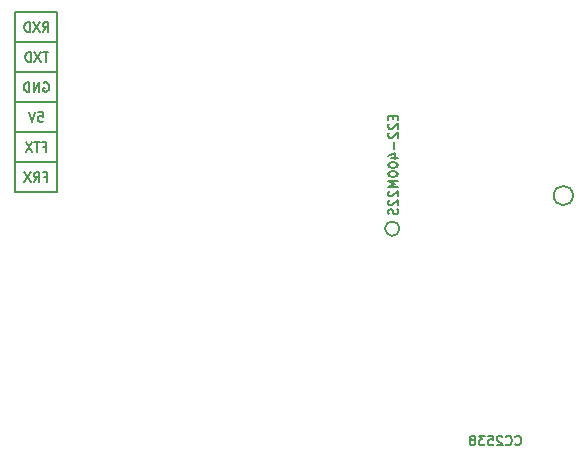
<source format=gbr>
G04 #@! TF.GenerationSoftware,KiCad,Pcbnew,(5.1.6)-1*
G04 #@! TF.CreationDate,2020-07-19T17:34:05+08:00*
G04 #@! TF.ProjectId,ESP32GW,45535033-3247-4572-9e6b-696361645f70,rev?*
G04 #@! TF.SameCoordinates,Original*
G04 #@! TF.FileFunction,Legend,Bot*
G04 #@! TF.FilePolarity,Positive*
%FSLAX46Y46*%
G04 Gerber Fmt 4.6, Leading zero omitted, Abs format (unit mm)*
G04 Created by KiCad (PCBNEW (5.1.6)-1) date 2020-07-19 17:34:05*
%MOMM*%
%LPD*%
G01*
G04 APERTURE LIST*
%ADD10C,0.150000*%
G04 APERTURE END LIST*
D10*
X119583200Y-82915760D02*
X123144280Y-82915760D01*
X119583200Y-85455760D02*
X123144280Y-85455760D01*
X119583200Y-80375760D02*
X123144280Y-80375760D01*
X119583200Y-90535760D02*
X123144280Y-90535760D01*
X119583200Y-87995760D02*
X123144280Y-87995760D01*
X123144280Y-77835760D02*
X123144280Y-93075760D01*
X119583200Y-77835760D02*
X123144280Y-77835760D01*
X122068506Y-91809577D02*
X122335173Y-91809577D01*
X122335173Y-92228624D02*
X122335173Y-91428624D01*
X121954220Y-91428624D01*
X121192316Y-92228624D02*
X121458982Y-91847672D01*
X121649459Y-92228624D02*
X121649459Y-91428624D01*
X121344697Y-91428624D01*
X121268506Y-91466720D01*
X121230411Y-91504815D01*
X121192316Y-91581005D01*
X121192316Y-91695291D01*
X121230411Y-91771481D01*
X121268506Y-91809577D01*
X121344697Y-91847672D01*
X121649459Y-91847672D01*
X120925649Y-91428624D02*
X120392316Y-92228624D01*
X120392316Y-91428624D02*
X120925649Y-92228624D01*
X121973268Y-89269577D02*
X122239935Y-89269577D01*
X122239935Y-89688624D02*
X122239935Y-88888624D01*
X121858982Y-88888624D01*
X121668506Y-88888624D02*
X121211363Y-88888624D01*
X121439935Y-89688624D02*
X121439935Y-88888624D01*
X121020887Y-88888624D02*
X120487554Y-89688624D01*
X120487554Y-88888624D02*
X121020887Y-89688624D01*
X121554220Y-86348624D02*
X121935173Y-86348624D01*
X121973268Y-86729577D01*
X121935173Y-86691481D01*
X121858982Y-86653386D01*
X121668506Y-86653386D01*
X121592316Y-86691481D01*
X121554220Y-86729577D01*
X121516125Y-86805767D01*
X121516125Y-86996243D01*
X121554220Y-87072434D01*
X121592316Y-87110529D01*
X121668506Y-87148624D01*
X121858982Y-87148624D01*
X121935173Y-87110529D01*
X121973268Y-87072434D01*
X121287554Y-86348624D02*
X121020887Y-87148624D01*
X120754220Y-86348624D01*
X122011363Y-83846720D02*
X122087554Y-83808624D01*
X122201840Y-83808624D01*
X122316125Y-83846720D01*
X122392316Y-83922910D01*
X122430411Y-83999100D01*
X122468506Y-84151481D01*
X122468506Y-84265767D01*
X122430411Y-84418148D01*
X122392316Y-84494339D01*
X122316125Y-84570529D01*
X122201840Y-84608624D01*
X122125649Y-84608624D01*
X122011363Y-84570529D01*
X121973268Y-84532434D01*
X121973268Y-84265767D01*
X122125649Y-84265767D01*
X121630411Y-84608624D02*
X121630411Y-83808624D01*
X121173268Y-84608624D01*
X121173268Y-83808624D01*
X120792316Y-84608624D02*
X120792316Y-83808624D01*
X120601840Y-83808624D01*
X120487554Y-83846720D01*
X120411363Y-83922910D01*
X120373268Y-83999100D01*
X120335173Y-84151481D01*
X120335173Y-84265767D01*
X120373268Y-84418148D01*
X120411363Y-84494339D01*
X120487554Y-84570529D01*
X120601840Y-84608624D01*
X120792316Y-84608624D01*
X122411363Y-81268624D02*
X121954220Y-81268624D01*
X122182792Y-82068624D02*
X122182792Y-81268624D01*
X121763744Y-81268624D02*
X121230411Y-82068624D01*
X121230411Y-81268624D02*
X121763744Y-82068624D01*
X120925649Y-82068624D02*
X120925649Y-81268624D01*
X120735173Y-81268624D01*
X120620887Y-81306720D01*
X120544697Y-81382910D01*
X120506601Y-81459100D01*
X120468506Y-81611481D01*
X120468506Y-81725767D01*
X120506601Y-81878148D01*
X120544697Y-81954339D01*
X120620887Y-82030529D01*
X120735173Y-82068624D01*
X120925649Y-82068624D01*
X119583200Y-77835760D02*
X119583200Y-93075760D01*
X119583200Y-93075760D02*
X123144280Y-93075760D01*
X121935173Y-79528624D02*
X122201840Y-79147672D01*
X122392316Y-79528624D02*
X122392316Y-78728624D01*
X122087554Y-78728624D01*
X122011363Y-78766720D01*
X121973268Y-78804815D01*
X121935173Y-78881005D01*
X121935173Y-78995291D01*
X121973268Y-79071481D01*
X122011363Y-79109577D01*
X122087554Y-79147672D01*
X122392316Y-79147672D01*
X121668506Y-78728624D02*
X121135173Y-79528624D01*
X121135173Y-78728624D02*
X121668506Y-79528624D01*
X120830411Y-79528624D02*
X120830411Y-78728624D01*
X120639935Y-78728624D01*
X120525649Y-78766720D01*
X120449459Y-78842910D01*
X120411363Y-78919100D01*
X120373268Y-79071481D01*
X120373268Y-79185767D01*
X120411363Y-79338148D01*
X120449459Y-79414339D01*
X120525649Y-79490529D01*
X120639935Y-79528624D01*
X120830411Y-79528624D01*
X151575777Y-86615791D02*
X151575777Y-86882458D01*
X151994824Y-86996743D02*
X151994824Y-86615791D01*
X151194824Y-86615791D01*
X151194824Y-86996743D01*
X151271015Y-87301505D02*
X151232920Y-87339600D01*
X151194824Y-87415791D01*
X151194824Y-87606267D01*
X151232920Y-87682458D01*
X151271015Y-87720553D01*
X151347205Y-87758648D01*
X151423396Y-87758648D01*
X151537681Y-87720553D01*
X151994824Y-87263410D01*
X151994824Y-87758648D01*
X151271015Y-88063410D02*
X151232920Y-88101505D01*
X151194824Y-88177696D01*
X151194824Y-88368172D01*
X151232920Y-88444362D01*
X151271015Y-88482458D01*
X151347205Y-88520553D01*
X151423396Y-88520553D01*
X151537681Y-88482458D01*
X151994824Y-88025315D01*
X151994824Y-88520553D01*
X151690062Y-88863410D02*
X151690062Y-89472934D01*
X151461491Y-90196743D02*
X151994824Y-90196743D01*
X151156729Y-90006267D02*
X151728158Y-89815791D01*
X151728158Y-90311029D01*
X151194824Y-90768172D02*
X151194824Y-90844362D01*
X151232920Y-90920553D01*
X151271015Y-90958648D01*
X151347205Y-90996743D01*
X151499586Y-91034839D01*
X151690062Y-91034839D01*
X151842443Y-90996743D01*
X151918634Y-90958648D01*
X151956729Y-90920553D01*
X151994824Y-90844362D01*
X151994824Y-90768172D01*
X151956729Y-90691981D01*
X151918634Y-90653886D01*
X151842443Y-90615791D01*
X151690062Y-90577696D01*
X151499586Y-90577696D01*
X151347205Y-90615791D01*
X151271015Y-90653886D01*
X151232920Y-90691981D01*
X151194824Y-90768172D01*
X151194824Y-91530077D02*
X151194824Y-91606267D01*
X151232920Y-91682458D01*
X151271015Y-91720553D01*
X151347205Y-91758648D01*
X151499586Y-91796743D01*
X151690062Y-91796743D01*
X151842443Y-91758648D01*
X151918634Y-91720553D01*
X151956729Y-91682458D01*
X151994824Y-91606267D01*
X151994824Y-91530077D01*
X151956729Y-91453886D01*
X151918634Y-91415791D01*
X151842443Y-91377696D01*
X151690062Y-91339600D01*
X151499586Y-91339600D01*
X151347205Y-91377696D01*
X151271015Y-91415791D01*
X151232920Y-91453886D01*
X151194824Y-91530077D01*
X151994824Y-92139600D02*
X151194824Y-92139600D01*
X151766253Y-92406267D01*
X151194824Y-92672934D01*
X151994824Y-92672934D01*
X151271015Y-93015791D02*
X151232920Y-93053886D01*
X151194824Y-93130077D01*
X151194824Y-93320553D01*
X151232920Y-93396743D01*
X151271015Y-93434839D01*
X151347205Y-93472934D01*
X151423396Y-93472934D01*
X151537681Y-93434839D01*
X151994824Y-92977696D01*
X151994824Y-93472934D01*
X151271015Y-93777696D02*
X151232920Y-93815791D01*
X151194824Y-93891981D01*
X151194824Y-94082458D01*
X151232920Y-94158648D01*
X151271015Y-94196743D01*
X151347205Y-94234839D01*
X151423396Y-94234839D01*
X151537681Y-94196743D01*
X151994824Y-93739600D01*
X151994824Y-94234839D01*
X151956729Y-94539600D02*
X151994824Y-94653886D01*
X151994824Y-94844362D01*
X151956729Y-94920553D01*
X151918634Y-94958648D01*
X151842443Y-94996743D01*
X151766253Y-94996743D01*
X151690062Y-94958648D01*
X151651967Y-94920553D01*
X151613872Y-94844362D01*
X151575777Y-94691981D01*
X151537681Y-94615791D01*
X151499586Y-94577696D01*
X151423396Y-94539600D01*
X151347205Y-94539600D01*
X151271015Y-94577696D01*
X151232920Y-94615791D01*
X151194824Y-94691981D01*
X151194824Y-94882458D01*
X151232920Y-94996743D01*
X161940030Y-114456174D02*
X161978125Y-114494269D01*
X162092411Y-114532364D01*
X162168601Y-114532364D01*
X162282887Y-114494269D01*
X162359078Y-114418079D01*
X162397173Y-114341888D01*
X162435268Y-114189507D01*
X162435268Y-114075221D01*
X162397173Y-113922840D01*
X162359078Y-113846650D01*
X162282887Y-113770460D01*
X162168601Y-113732364D01*
X162092411Y-113732364D01*
X161978125Y-113770460D01*
X161940030Y-113808555D01*
X161140030Y-114456174D02*
X161178125Y-114494269D01*
X161292411Y-114532364D01*
X161368601Y-114532364D01*
X161482887Y-114494269D01*
X161559078Y-114418079D01*
X161597173Y-114341888D01*
X161635268Y-114189507D01*
X161635268Y-114075221D01*
X161597173Y-113922840D01*
X161559078Y-113846650D01*
X161482887Y-113770460D01*
X161368601Y-113732364D01*
X161292411Y-113732364D01*
X161178125Y-113770460D01*
X161140030Y-113808555D01*
X160835268Y-113808555D02*
X160797173Y-113770460D01*
X160720982Y-113732364D01*
X160530506Y-113732364D01*
X160454316Y-113770460D01*
X160416220Y-113808555D01*
X160378125Y-113884745D01*
X160378125Y-113960936D01*
X160416220Y-114075221D01*
X160873363Y-114532364D01*
X160378125Y-114532364D01*
X159654316Y-113732364D02*
X160035268Y-113732364D01*
X160073363Y-114113317D01*
X160035268Y-114075221D01*
X159959078Y-114037126D01*
X159768601Y-114037126D01*
X159692411Y-114075221D01*
X159654316Y-114113317D01*
X159616220Y-114189507D01*
X159616220Y-114379983D01*
X159654316Y-114456174D01*
X159692411Y-114494269D01*
X159768601Y-114532364D01*
X159959078Y-114532364D01*
X160035268Y-114494269D01*
X160073363Y-114456174D01*
X159349554Y-113732364D02*
X158854316Y-113732364D01*
X159120982Y-114037126D01*
X159006697Y-114037126D01*
X158930506Y-114075221D01*
X158892411Y-114113317D01*
X158854316Y-114189507D01*
X158854316Y-114379983D01*
X158892411Y-114456174D01*
X158930506Y-114494269D01*
X159006697Y-114532364D01*
X159235268Y-114532364D01*
X159311459Y-114494269D01*
X159349554Y-114456174D01*
X158397173Y-114075221D02*
X158473363Y-114037126D01*
X158511459Y-113999031D01*
X158549554Y-113922840D01*
X158549554Y-113884745D01*
X158511459Y-113808555D01*
X158473363Y-113770460D01*
X158397173Y-113732364D01*
X158244792Y-113732364D01*
X158168601Y-113770460D01*
X158130506Y-113808555D01*
X158092411Y-113884745D01*
X158092411Y-113922840D01*
X158130506Y-113999031D01*
X158168601Y-114037126D01*
X158244792Y-114075221D01*
X158397173Y-114075221D01*
X158473363Y-114113317D01*
X158511459Y-114151412D01*
X158549554Y-114227602D01*
X158549554Y-114379983D01*
X158511459Y-114456174D01*
X158473363Y-114494269D01*
X158397173Y-114532364D01*
X158244792Y-114532364D01*
X158168601Y-114494269D01*
X158130506Y-114456174D01*
X158092411Y-114379983D01*
X158092411Y-114227602D01*
X158130506Y-114151412D01*
X158168601Y-114113317D01*
X158244792Y-114075221D01*
X166840456Y-93393815D02*
G75*
G03*
X166840456Y-93393815I-818436J0D01*
G01*
X152138354Y-96195360D02*
G75*
G03*
X152138354Y-96195360I-608594J0D01*
G01*
M02*

</source>
